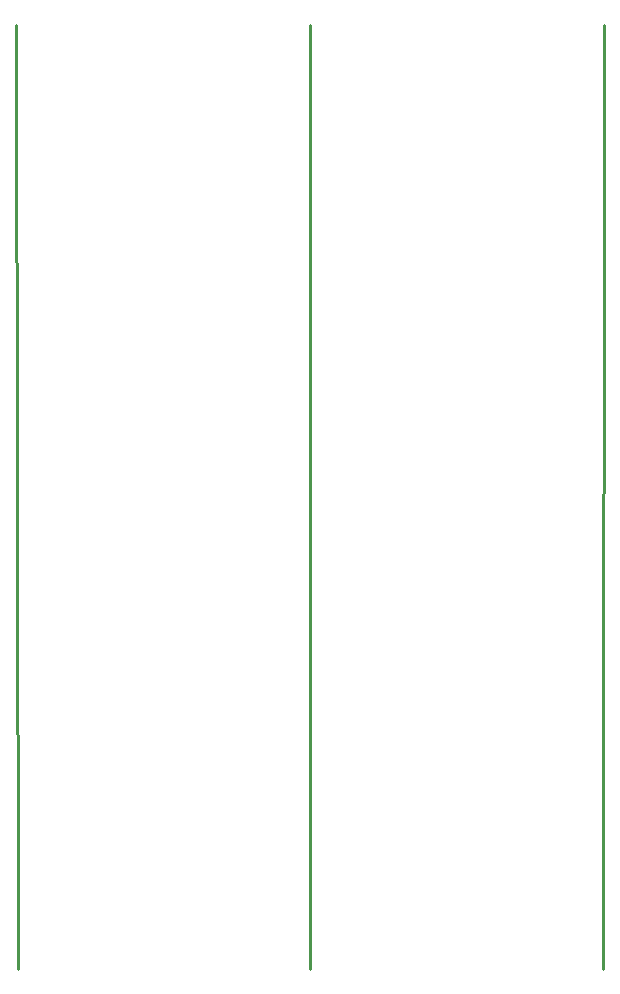
<source format=gbr>
%TF.GenerationSoftware,KiCad,Pcbnew,(5.1.4)-1*%
%TF.CreationDate,2022-01-22T16:08:57+02:00*%
%TF.ProjectId,Front Panel Template,46726f6e-7420-4506-916e-656c2054656d,rev?*%
%TF.SameCoordinates,Original*%
%TF.FileFunction,Other,User*%
%FSLAX46Y46*%
G04 Gerber Fmt 4.6, Leading zero omitted, Abs format (unit mm)*
G04 Created by KiCad (PCBNEW (5.1.4)-1) date 2022-01-22 16:08:57*
%MOMM*%
%LPD*%
G04 APERTURE LIST*
%ADD10C,0.254000*%
G04 APERTURE END LIST*
D10*
X107315000Y-107315000D02*
X107188000Y-27432000D01*
X132080000Y-27432000D02*
X132080000Y-107315000D01*
X156845000Y-107315000D02*
X156972000Y-27432000D01*
M02*

</source>
